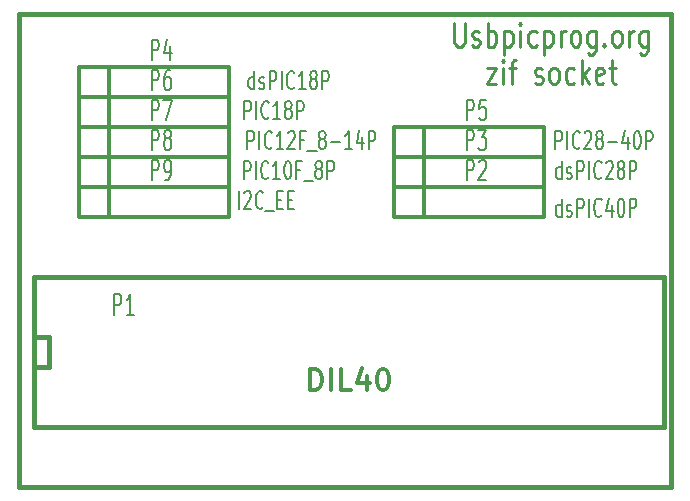
<source format=gto>
G04 (created by PCBNEW-RS274X (20100308 SVN-R2437)-RC5) date Wed 10 Mar 2010 09:54:52 AM CET*
G01*
G70*
G90*
%MOIN*%
G04 Gerber Fmt 3.4, Leading zero omitted, Abs format*
%FSLAX34Y34*%
G04 APERTURE LIST*
%ADD10C,0.006000*%
%ADD11C,0.010000*%
%ADD12C,0.015000*%
%ADD13C,0.012000*%
%ADD14C,0.007100*%
%ADD15C,0.006700*%
%ADD16C,0.007500*%
%ADD17C,0.011700*%
G04 APERTURE END LIST*
G54D10*
G54D11*
X56021Y-13524D02*
X56021Y-14171D01*
X56049Y-14248D01*
X56078Y-14286D01*
X56135Y-14324D01*
X56249Y-14324D01*
X56307Y-14286D01*
X56335Y-14248D01*
X56364Y-14171D01*
X56364Y-13524D01*
X56621Y-14286D02*
X56678Y-14324D01*
X56793Y-14324D01*
X56850Y-14286D01*
X56878Y-14210D01*
X56878Y-14171D01*
X56850Y-14095D01*
X56793Y-14057D01*
X56707Y-14057D01*
X56650Y-14019D01*
X56621Y-13943D01*
X56621Y-13905D01*
X56650Y-13829D01*
X56707Y-13790D01*
X56793Y-13790D01*
X56850Y-13829D01*
X57136Y-14324D02*
X57136Y-13524D01*
X57136Y-13829D02*
X57193Y-13790D01*
X57307Y-13790D01*
X57364Y-13829D01*
X57393Y-13867D01*
X57422Y-13943D01*
X57422Y-14171D01*
X57393Y-14248D01*
X57364Y-14286D01*
X57307Y-14324D01*
X57193Y-14324D01*
X57136Y-14286D01*
X57679Y-13790D02*
X57679Y-14590D01*
X57679Y-13829D02*
X57736Y-13790D01*
X57850Y-13790D01*
X57907Y-13829D01*
X57936Y-13867D01*
X57965Y-13943D01*
X57965Y-14171D01*
X57936Y-14248D01*
X57907Y-14286D01*
X57850Y-14324D01*
X57736Y-14324D01*
X57679Y-14286D01*
X58222Y-14324D02*
X58222Y-13790D01*
X58222Y-13524D02*
X58193Y-13562D01*
X58222Y-13600D01*
X58250Y-13562D01*
X58222Y-13524D01*
X58222Y-13600D01*
X58765Y-14286D02*
X58708Y-14324D01*
X58594Y-14324D01*
X58536Y-14286D01*
X58508Y-14248D01*
X58479Y-14171D01*
X58479Y-13943D01*
X58508Y-13867D01*
X58536Y-13829D01*
X58594Y-13790D01*
X58708Y-13790D01*
X58765Y-13829D01*
X59022Y-13790D02*
X59022Y-14590D01*
X59022Y-13829D02*
X59079Y-13790D01*
X59193Y-13790D01*
X59250Y-13829D01*
X59279Y-13867D01*
X59308Y-13943D01*
X59308Y-14171D01*
X59279Y-14248D01*
X59250Y-14286D01*
X59193Y-14324D01*
X59079Y-14324D01*
X59022Y-14286D01*
X59565Y-14324D02*
X59565Y-13790D01*
X59565Y-13943D02*
X59593Y-13867D01*
X59622Y-13829D01*
X59679Y-13790D01*
X59736Y-13790D01*
X60022Y-14324D02*
X59964Y-14286D01*
X59936Y-14248D01*
X59907Y-14171D01*
X59907Y-13943D01*
X59936Y-13867D01*
X59964Y-13829D01*
X60022Y-13790D01*
X60107Y-13790D01*
X60164Y-13829D01*
X60193Y-13867D01*
X60222Y-13943D01*
X60222Y-14171D01*
X60193Y-14248D01*
X60164Y-14286D01*
X60107Y-14324D01*
X60022Y-14324D01*
X60736Y-13790D02*
X60736Y-14438D01*
X60707Y-14514D01*
X60679Y-14552D01*
X60622Y-14590D01*
X60536Y-14590D01*
X60479Y-14552D01*
X60736Y-14286D02*
X60679Y-14324D01*
X60565Y-14324D01*
X60507Y-14286D01*
X60479Y-14248D01*
X60450Y-14171D01*
X60450Y-13943D01*
X60479Y-13867D01*
X60507Y-13829D01*
X60565Y-13790D01*
X60679Y-13790D01*
X60736Y-13829D01*
X61022Y-14248D02*
X61050Y-14286D01*
X61022Y-14324D01*
X60993Y-14286D01*
X61022Y-14248D01*
X61022Y-14324D01*
X61394Y-14324D02*
X61336Y-14286D01*
X61308Y-14248D01*
X61279Y-14171D01*
X61279Y-13943D01*
X61308Y-13867D01*
X61336Y-13829D01*
X61394Y-13790D01*
X61479Y-13790D01*
X61536Y-13829D01*
X61565Y-13867D01*
X61594Y-13943D01*
X61594Y-14171D01*
X61565Y-14248D01*
X61536Y-14286D01*
X61479Y-14324D01*
X61394Y-14324D01*
X61851Y-14324D02*
X61851Y-13790D01*
X61851Y-13943D02*
X61879Y-13867D01*
X61908Y-13829D01*
X61965Y-13790D01*
X62022Y-13790D01*
X62479Y-13790D02*
X62479Y-14438D01*
X62450Y-14514D01*
X62422Y-14552D01*
X62365Y-14590D01*
X62279Y-14590D01*
X62222Y-14552D01*
X62479Y-14286D02*
X62422Y-14324D01*
X62308Y-14324D01*
X62250Y-14286D01*
X62222Y-14248D01*
X62193Y-14171D01*
X62193Y-13943D01*
X62222Y-13867D01*
X62250Y-13829D01*
X62308Y-13790D01*
X62422Y-13790D01*
X62479Y-13829D01*
X57107Y-15030D02*
X57421Y-15030D01*
X57107Y-15564D01*
X57421Y-15564D01*
X57650Y-15564D02*
X57650Y-15030D01*
X57650Y-14764D02*
X57621Y-14802D01*
X57650Y-14840D01*
X57678Y-14802D01*
X57650Y-14764D01*
X57650Y-14840D01*
X57850Y-15030D02*
X58079Y-15030D01*
X57936Y-15564D02*
X57936Y-14878D01*
X57964Y-14802D01*
X58022Y-14764D01*
X58079Y-14764D01*
X58707Y-15526D02*
X58764Y-15564D01*
X58879Y-15564D01*
X58936Y-15526D01*
X58964Y-15450D01*
X58964Y-15411D01*
X58936Y-15335D01*
X58879Y-15297D01*
X58793Y-15297D01*
X58736Y-15259D01*
X58707Y-15183D01*
X58707Y-15145D01*
X58736Y-15069D01*
X58793Y-15030D01*
X58879Y-15030D01*
X58936Y-15069D01*
X59308Y-15564D02*
X59250Y-15526D01*
X59222Y-15488D01*
X59193Y-15411D01*
X59193Y-15183D01*
X59222Y-15107D01*
X59250Y-15069D01*
X59308Y-15030D01*
X59393Y-15030D01*
X59450Y-15069D01*
X59479Y-15107D01*
X59508Y-15183D01*
X59508Y-15411D01*
X59479Y-15488D01*
X59450Y-15526D01*
X59393Y-15564D01*
X59308Y-15564D01*
X60022Y-15526D02*
X59965Y-15564D01*
X59851Y-15564D01*
X59793Y-15526D01*
X59765Y-15488D01*
X59736Y-15411D01*
X59736Y-15183D01*
X59765Y-15107D01*
X59793Y-15069D01*
X59851Y-15030D01*
X59965Y-15030D01*
X60022Y-15069D01*
X60279Y-15564D02*
X60279Y-14764D01*
X60336Y-15259D02*
X60507Y-15564D01*
X60507Y-15030D02*
X60279Y-15335D01*
X60993Y-15526D02*
X60936Y-15564D01*
X60822Y-15564D01*
X60765Y-15526D01*
X60736Y-15450D01*
X60736Y-15145D01*
X60765Y-15069D01*
X60822Y-15030D01*
X60936Y-15030D01*
X60993Y-15069D01*
X61022Y-15145D01*
X61022Y-15221D01*
X60736Y-15297D01*
X61193Y-15030D02*
X61422Y-15030D01*
X61279Y-14764D02*
X61279Y-15450D01*
X61307Y-15526D01*
X61365Y-15564D01*
X61422Y-15564D01*
G54D12*
X41500Y-29000D02*
X41500Y-13250D01*
X63250Y-29000D02*
X41500Y-29000D01*
X63250Y-28750D02*
X63250Y-29000D01*
X63250Y-13250D02*
X63250Y-28750D01*
X41500Y-13250D02*
X63250Y-13250D01*
G54D13*
X43500Y-18000D02*
X43500Y-17000D01*
X43500Y-17000D02*
X48500Y-17000D01*
X48500Y-17000D02*
X48500Y-18000D01*
X48500Y-18000D02*
X43500Y-18000D01*
X44500Y-18000D02*
X44500Y-17000D01*
X43500Y-17000D02*
X43500Y-16000D01*
X43500Y-16000D02*
X48500Y-16000D01*
X48500Y-16000D02*
X48500Y-17000D01*
X48500Y-17000D02*
X43500Y-17000D01*
X44500Y-17000D02*
X44500Y-16000D01*
X54000Y-18000D02*
X54000Y-17000D01*
X54000Y-17000D02*
X59000Y-17000D01*
X59000Y-17000D02*
X59000Y-18000D01*
X59000Y-18000D02*
X54000Y-18000D01*
X55000Y-18000D02*
X55000Y-17000D01*
X43500Y-16000D02*
X43500Y-15000D01*
X43500Y-15000D02*
X48500Y-15000D01*
X48500Y-15000D02*
X48500Y-16000D01*
X48500Y-16000D02*
X43500Y-16000D01*
X44500Y-16000D02*
X44500Y-15000D01*
X54000Y-19000D02*
X54000Y-18000D01*
X54000Y-18000D02*
X59000Y-18000D01*
X59000Y-18000D02*
X59000Y-19000D01*
X59000Y-19000D02*
X54000Y-19000D01*
X55000Y-19000D02*
X55000Y-18000D01*
X54000Y-20000D02*
X54000Y-19000D01*
X54000Y-19000D02*
X59000Y-19000D01*
X59000Y-19000D02*
X59000Y-20000D01*
X59000Y-20000D02*
X54000Y-20000D01*
X55000Y-20000D02*
X55000Y-19000D01*
X43500Y-19000D02*
X43500Y-18000D01*
X43500Y-18000D02*
X48500Y-18000D01*
X48500Y-18000D02*
X48500Y-19000D01*
X48500Y-19000D02*
X43500Y-19000D01*
X44500Y-19000D02*
X44500Y-18000D01*
G54D12*
X42000Y-24000D02*
X42500Y-24000D01*
X42500Y-24000D02*
X42500Y-25000D01*
X42500Y-25000D02*
X42000Y-25000D01*
X42000Y-22000D02*
X63000Y-22000D01*
X63000Y-22000D02*
X63000Y-27000D01*
X63000Y-27000D02*
X42000Y-27000D01*
X42000Y-27000D02*
X42000Y-22000D01*
G54D13*
X43500Y-20000D02*
X43500Y-19000D01*
X43500Y-19000D02*
X48500Y-19000D01*
X48500Y-19000D02*
X48500Y-20000D01*
X48500Y-20000D02*
X43500Y-20000D01*
X44500Y-20000D02*
X44500Y-19000D01*
G54D14*
X45934Y-16775D02*
X45934Y-16094D01*
X46097Y-16094D01*
X46138Y-16127D01*
X46158Y-16159D01*
X46178Y-16224D01*
X46178Y-16321D01*
X46158Y-16386D01*
X46138Y-16418D01*
X46097Y-16451D01*
X45934Y-16451D01*
X46321Y-16094D02*
X46606Y-16094D01*
X46423Y-16775D01*
G54D15*
X49126Y-17743D02*
X49126Y-17143D01*
X49279Y-17143D01*
X49317Y-17171D01*
X49336Y-17200D01*
X49355Y-17257D01*
X49355Y-17343D01*
X49336Y-17400D01*
X49317Y-17429D01*
X49279Y-17457D01*
X49126Y-17457D01*
X49526Y-17743D02*
X49526Y-17143D01*
X49945Y-17686D02*
X49926Y-17714D01*
X49869Y-17743D01*
X49831Y-17743D01*
X49773Y-17714D01*
X49735Y-17657D01*
X49716Y-17600D01*
X49697Y-17486D01*
X49697Y-17400D01*
X49716Y-17286D01*
X49735Y-17229D01*
X49773Y-17171D01*
X49831Y-17143D01*
X49869Y-17143D01*
X49926Y-17171D01*
X49945Y-17200D01*
X50326Y-17743D02*
X50097Y-17743D01*
X50211Y-17743D02*
X50211Y-17143D01*
X50173Y-17229D01*
X50135Y-17286D01*
X50097Y-17314D01*
X50478Y-17200D02*
X50497Y-17171D01*
X50535Y-17143D01*
X50631Y-17143D01*
X50669Y-17171D01*
X50688Y-17200D01*
X50707Y-17257D01*
X50707Y-17314D01*
X50688Y-17400D01*
X50459Y-17743D01*
X50707Y-17743D01*
X51012Y-17429D02*
X50878Y-17429D01*
X50878Y-17743D02*
X50878Y-17143D01*
X51069Y-17143D01*
X51126Y-17800D02*
X51431Y-17800D01*
X51583Y-17400D02*
X51545Y-17371D01*
X51526Y-17343D01*
X51507Y-17286D01*
X51507Y-17257D01*
X51526Y-17200D01*
X51545Y-17171D01*
X51583Y-17143D01*
X51660Y-17143D01*
X51698Y-17171D01*
X51717Y-17200D01*
X51736Y-17257D01*
X51736Y-17286D01*
X51717Y-17343D01*
X51698Y-17371D01*
X51660Y-17400D01*
X51583Y-17400D01*
X51545Y-17429D01*
X51526Y-17457D01*
X51507Y-17514D01*
X51507Y-17629D01*
X51526Y-17686D01*
X51545Y-17714D01*
X51583Y-17743D01*
X51660Y-17743D01*
X51698Y-17714D01*
X51717Y-17686D01*
X51736Y-17629D01*
X51736Y-17514D01*
X51717Y-17457D01*
X51698Y-17429D01*
X51660Y-17400D01*
X51907Y-17514D02*
X52212Y-17514D01*
X52612Y-17743D02*
X52383Y-17743D01*
X52497Y-17743D02*
X52497Y-17143D01*
X52459Y-17229D01*
X52421Y-17286D01*
X52383Y-17314D01*
X52955Y-17343D02*
X52955Y-17743D01*
X52859Y-17114D02*
X52764Y-17543D01*
X53012Y-17543D01*
X53164Y-17743D02*
X53164Y-17143D01*
X53317Y-17143D01*
X53355Y-17171D01*
X53374Y-17200D01*
X53393Y-17257D01*
X53393Y-17343D01*
X53374Y-17400D01*
X53355Y-17429D01*
X53317Y-17457D01*
X53164Y-17457D01*
G54D14*
X45934Y-15775D02*
X45934Y-15094D01*
X46097Y-15094D01*
X46138Y-15127D01*
X46158Y-15159D01*
X46178Y-15224D01*
X46178Y-15321D01*
X46158Y-15386D01*
X46138Y-15418D01*
X46097Y-15451D01*
X45934Y-15451D01*
X46545Y-15094D02*
X46464Y-15094D01*
X46423Y-15127D01*
X46403Y-15159D01*
X46362Y-15256D01*
X46342Y-15386D01*
X46342Y-15645D01*
X46362Y-15710D01*
X46382Y-15743D01*
X46423Y-15775D01*
X46505Y-15775D01*
X46545Y-15743D01*
X46566Y-15710D01*
X46586Y-15645D01*
X46586Y-15483D01*
X46566Y-15418D01*
X46545Y-15386D01*
X46505Y-15354D01*
X46423Y-15354D01*
X46382Y-15386D01*
X46362Y-15418D01*
X46342Y-15483D01*
G54D15*
X49019Y-16743D02*
X49019Y-16143D01*
X49172Y-16143D01*
X49210Y-16171D01*
X49229Y-16200D01*
X49248Y-16257D01*
X49248Y-16343D01*
X49229Y-16400D01*
X49210Y-16429D01*
X49172Y-16457D01*
X49019Y-16457D01*
X49419Y-16743D02*
X49419Y-16143D01*
X49838Y-16686D02*
X49819Y-16714D01*
X49762Y-16743D01*
X49724Y-16743D01*
X49666Y-16714D01*
X49628Y-16657D01*
X49609Y-16600D01*
X49590Y-16486D01*
X49590Y-16400D01*
X49609Y-16286D01*
X49628Y-16229D01*
X49666Y-16171D01*
X49724Y-16143D01*
X49762Y-16143D01*
X49819Y-16171D01*
X49838Y-16200D01*
X50219Y-16743D02*
X49990Y-16743D01*
X50104Y-16743D02*
X50104Y-16143D01*
X50066Y-16229D01*
X50028Y-16286D01*
X49990Y-16314D01*
X50447Y-16400D02*
X50409Y-16371D01*
X50390Y-16343D01*
X50371Y-16286D01*
X50371Y-16257D01*
X50390Y-16200D01*
X50409Y-16171D01*
X50447Y-16143D01*
X50524Y-16143D01*
X50562Y-16171D01*
X50581Y-16200D01*
X50600Y-16257D01*
X50600Y-16286D01*
X50581Y-16343D01*
X50562Y-16371D01*
X50524Y-16400D01*
X50447Y-16400D01*
X50409Y-16429D01*
X50390Y-16457D01*
X50371Y-16514D01*
X50371Y-16629D01*
X50390Y-16686D01*
X50409Y-16714D01*
X50447Y-16743D01*
X50524Y-16743D01*
X50562Y-16714D01*
X50581Y-16686D01*
X50600Y-16629D01*
X50600Y-16514D01*
X50581Y-16457D01*
X50562Y-16429D01*
X50524Y-16400D01*
X50771Y-16743D02*
X50771Y-16143D01*
X50924Y-16143D01*
X50962Y-16171D01*
X50981Y-16200D01*
X51000Y-16257D01*
X51000Y-16343D01*
X50981Y-16400D01*
X50962Y-16429D01*
X50924Y-16457D01*
X50771Y-16457D01*
G54D14*
X56434Y-16775D02*
X56434Y-16094D01*
X56597Y-16094D01*
X56638Y-16127D01*
X56658Y-16159D01*
X56678Y-16224D01*
X56678Y-16321D01*
X56658Y-16386D01*
X56638Y-16418D01*
X56597Y-16451D01*
X56434Y-16451D01*
X57066Y-16094D02*
X56862Y-16094D01*
X56842Y-16418D01*
X56862Y-16386D01*
X56903Y-16354D01*
X57005Y-16354D01*
X57045Y-16386D01*
X57066Y-16418D01*
X57086Y-16483D01*
X57086Y-16645D01*
X57066Y-16710D01*
X57045Y-16743D01*
X57005Y-16775D01*
X56903Y-16775D01*
X56862Y-16743D01*
X56842Y-16710D01*
G54D15*
X59391Y-17743D02*
X59391Y-17143D01*
X59544Y-17143D01*
X59582Y-17171D01*
X59601Y-17200D01*
X59620Y-17257D01*
X59620Y-17343D01*
X59601Y-17400D01*
X59582Y-17429D01*
X59544Y-17457D01*
X59391Y-17457D01*
X59791Y-17743D02*
X59791Y-17143D01*
X60210Y-17686D02*
X60191Y-17714D01*
X60134Y-17743D01*
X60096Y-17743D01*
X60038Y-17714D01*
X60000Y-17657D01*
X59981Y-17600D01*
X59962Y-17486D01*
X59962Y-17400D01*
X59981Y-17286D01*
X60000Y-17229D01*
X60038Y-17171D01*
X60096Y-17143D01*
X60134Y-17143D01*
X60191Y-17171D01*
X60210Y-17200D01*
X60362Y-17200D02*
X60381Y-17171D01*
X60419Y-17143D01*
X60515Y-17143D01*
X60553Y-17171D01*
X60572Y-17200D01*
X60591Y-17257D01*
X60591Y-17314D01*
X60572Y-17400D01*
X60343Y-17743D01*
X60591Y-17743D01*
X60819Y-17400D02*
X60781Y-17371D01*
X60762Y-17343D01*
X60743Y-17286D01*
X60743Y-17257D01*
X60762Y-17200D01*
X60781Y-17171D01*
X60819Y-17143D01*
X60896Y-17143D01*
X60934Y-17171D01*
X60953Y-17200D01*
X60972Y-17257D01*
X60972Y-17286D01*
X60953Y-17343D01*
X60934Y-17371D01*
X60896Y-17400D01*
X60819Y-17400D01*
X60781Y-17429D01*
X60762Y-17457D01*
X60743Y-17514D01*
X60743Y-17629D01*
X60762Y-17686D01*
X60781Y-17714D01*
X60819Y-17743D01*
X60896Y-17743D01*
X60934Y-17714D01*
X60953Y-17686D01*
X60972Y-17629D01*
X60972Y-17514D01*
X60953Y-17457D01*
X60934Y-17429D01*
X60896Y-17400D01*
X61143Y-17514D02*
X61448Y-17514D01*
X61810Y-17343D02*
X61810Y-17743D01*
X61714Y-17114D02*
X61619Y-17543D01*
X61867Y-17543D01*
X62095Y-17143D02*
X62134Y-17143D01*
X62172Y-17171D01*
X62191Y-17200D01*
X62210Y-17257D01*
X62229Y-17371D01*
X62229Y-17514D01*
X62210Y-17629D01*
X62191Y-17686D01*
X62172Y-17714D01*
X62134Y-17743D01*
X62095Y-17743D01*
X62057Y-17714D01*
X62038Y-17686D01*
X62019Y-17629D01*
X62000Y-17514D01*
X62000Y-17371D01*
X62019Y-17257D01*
X62038Y-17200D01*
X62057Y-17171D01*
X62095Y-17143D01*
X62400Y-17743D02*
X62400Y-17143D01*
X62553Y-17143D01*
X62591Y-17171D01*
X62610Y-17200D01*
X62629Y-17257D01*
X62629Y-17343D01*
X62610Y-17400D01*
X62591Y-17429D01*
X62553Y-17457D01*
X62400Y-17457D01*
G54D14*
X45934Y-14775D02*
X45934Y-14094D01*
X46097Y-14094D01*
X46138Y-14127D01*
X46158Y-14159D01*
X46178Y-14224D01*
X46178Y-14321D01*
X46158Y-14386D01*
X46138Y-14418D01*
X46097Y-14451D01*
X45934Y-14451D01*
X46545Y-14321D02*
X46545Y-14775D01*
X46443Y-14062D02*
X46342Y-14548D01*
X46606Y-14548D01*
G54D15*
X49348Y-15743D02*
X49348Y-15143D01*
X49348Y-15714D02*
X49310Y-15743D01*
X49233Y-15743D01*
X49195Y-15714D01*
X49176Y-15686D01*
X49157Y-15629D01*
X49157Y-15457D01*
X49176Y-15400D01*
X49195Y-15371D01*
X49233Y-15343D01*
X49310Y-15343D01*
X49348Y-15371D01*
X49519Y-15714D02*
X49557Y-15743D01*
X49633Y-15743D01*
X49672Y-15714D01*
X49691Y-15657D01*
X49691Y-15629D01*
X49672Y-15571D01*
X49633Y-15543D01*
X49576Y-15543D01*
X49538Y-15514D01*
X49519Y-15457D01*
X49519Y-15429D01*
X49538Y-15371D01*
X49576Y-15343D01*
X49633Y-15343D01*
X49672Y-15371D01*
X49862Y-15743D02*
X49862Y-15143D01*
X50015Y-15143D01*
X50053Y-15171D01*
X50072Y-15200D01*
X50091Y-15257D01*
X50091Y-15343D01*
X50072Y-15400D01*
X50053Y-15429D01*
X50015Y-15457D01*
X49862Y-15457D01*
X50262Y-15743D02*
X50262Y-15143D01*
X50681Y-15686D02*
X50662Y-15714D01*
X50605Y-15743D01*
X50567Y-15743D01*
X50509Y-15714D01*
X50471Y-15657D01*
X50452Y-15600D01*
X50433Y-15486D01*
X50433Y-15400D01*
X50452Y-15286D01*
X50471Y-15229D01*
X50509Y-15171D01*
X50567Y-15143D01*
X50605Y-15143D01*
X50662Y-15171D01*
X50681Y-15200D01*
X51062Y-15743D02*
X50833Y-15743D01*
X50947Y-15743D02*
X50947Y-15143D01*
X50909Y-15229D01*
X50871Y-15286D01*
X50833Y-15314D01*
X51290Y-15400D02*
X51252Y-15371D01*
X51233Y-15343D01*
X51214Y-15286D01*
X51214Y-15257D01*
X51233Y-15200D01*
X51252Y-15171D01*
X51290Y-15143D01*
X51367Y-15143D01*
X51405Y-15171D01*
X51424Y-15200D01*
X51443Y-15257D01*
X51443Y-15286D01*
X51424Y-15343D01*
X51405Y-15371D01*
X51367Y-15400D01*
X51290Y-15400D01*
X51252Y-15429D01*
X51233Y-15457D01*
X51214Y-15514D01*
X51214Y-15629D01*
X51233Y-15686D01*
X51252Y-15714D01*
X51290Y-15743D01*
X51367Y-15743D01*
X51405Y-15714D01*
X51424Y-15686D01*
X51443Y-15629D01*
X51443Y-15514D01*
X51424Y-15457D01*
X51405Y-15429D01*
X51367Y-15400D01*
X51614Y-15743D02*
X51614Y-15143D01*
X51767Y-15143D01*
X51805Y-15171D01*
X51824Y-15200D01*
X51843Y-15257D01*
X51843Y-15343D01*
X51824Y-15400D01*
X51805Y-15429D01*
X51767Y-15457D01*
X51614Y-15457D01*
G54D14*
X56434Y-17775D02*
X56434Y-17094D01*
X56597Y-17094D01*
X56638Y-17127D01*
X56658Y-17159D01*
X56678Y-17224D01*
X56678Y-17321D01*
X56658Y-17386D01*
X56638Y-17418D01*
X56597Y-17451D01*
X56434Y-17451D01*
X56821Y-17094D02*
X57086Y-17094D01*
X56943Y-17354D01*
X57005Y-17354D01*
X57045Y-17386D01*
X57066Y-17418D01*
X57086Y-17483D01*
X57086Y-17645D01*
X57066Y-17710D01*
X57045Y-17743D01*
X57005Y-17775D01*
X56882Y-17775D01*
X56842Y-17743D01*
X56821Y-17710D01*
G54D15*
X59598Y-18743D02*
X59598Y-18143D01*
X59598Y-18714D02*
X59560Y-18743D01*
X59483Y-18743D01*
X59445Y-18714D01*
X59426Y-18686D01*
X59407Y-18629D01*
X59407Y-18457D01*
X59426Y-18400D01*
X59445Y-18371D01*
X59483Y-18343D01*
X59560Y-18343D01*
X59598Y-18371D01*
X59769Y-18714D02*
X59807Y-18743D01*
X59883Y-18743D01*
X59922Y-18714D01*
X59941Y-18657D01*
X59941Y-18629D01*
X59922Y-18571D01*
X59883Y-18543D01*
X59826Y-18543D01*
X59788Y-18514D01*
X59769Y-18457D01*
X59769Y-18429D01*
X59788Y-18371D01*
X59826Y-18343D01*
X59883Y-18343D01*
X59922Y-18371D01*
X60112Y-18743D02*
X60112Y-18143D01*
X60265Y-18143D01*
X60303Y-18171D01*
X60322Y-18200D01*
X60341Y-18257D01*
X60341Y-18343D01*
X60322Y-18400D01*
X60303Y-18429D01*
X60265Y-18457D01*
X60112Y-18457D01*
X60512Y-18743D02*
X60512Y-18143D01*
X60931Y-18686D02*
X60912Y-18714D01*
X60855Y-18743D01*
X60817Y-18743D01*
X60759Y-18714D01*
X60721Y-18657D01*
X60702Y-18600D01*
X60683Y-18486D01*
X60683Y-18400D01*
X60702Y-18286D01*
X60721Y-18229D01*
X60759Y-18171D01*
X60817Y-18143D01*
X60855Y-18143D01*
X60912Y-18171D01*
X60931Y-18200D01*
X61083Y-18200D02*
X61102Y-18171D01*
X61140Y-18143D01*
X61236Y-18143D01*
X61274Y-18171D01*
X61293Y-18200D01*
X61312Y-18257D01*
X61312Y-18314D01*
X61293Y-18400D01*
X61064Y-18743D01*
X61312Y-18743D01*
X61540Y-18400D02*
X61502Y-18371D01*
X61483Y-18343D01*
X61464Y-18286D01*
X61464Y-18257D01*
X61483Y-18200D01*
X61502Y-18171D01*
X61540Y-18143D01*
X61617Y-18143D01*
X61655Y-18171D01*
X61674Y-18200D01*
X61693Y-18257D01*
X61693Y-18286D01*
X61674Y-18343D01*
X61655Y-18371D01*
X61617Y-18400D01*
X61540Y-18400D01*
X61502Y-18429D01*
X61483Y-18457D01*
X61464Y-18514D01*
X61464Y-18629D01*
X61483Y-18686D01*
X61502Y-18714D01*
X61540Y-18743D01*
X61617Y-18743D01*
X61655Y-18714D01*
X61674Y-18686D01*
X61693Y-18629D01*
X61693Y-18514D01*
X61674Y-18457D01*
X61655Y-18429D01*
X61617Y-18400D01*
X61864Y-18743D02*
X61864Y-18143D01*
X62017Y-18143D01*
X62055Y-18171D01*
X62074Y-18200D01*
X62093Y-18257D01*
X62093Y-18343D01*
X62074Y-18400D01*
X62055Y-18429D01*
X62017Y-18457D01*
X61864Y-18457D01*
G54D14*
X56434Y-18775D02*
X56434Y-18094D01*
X56597Y-18094D01*
X56638Y-18127D01*
X56658Y-18159D01*
X56678Y-18224D01*
X56678Y-18321D01*
X56658Y-18386D01*
X56638Y-18418D01*
X56597Y-18451D01*
X56434Y-18451D01*
X56842Y-18159D02*
X56862Y-18127D01*
X56903Y-18094D01*
X57005Y-18094D01*
X57045Y-18127D01*
X57066Y-18159D01*
X57086Y-18224D01*
X57086Y-18289D01*
X57066Y-18386D01*
X56821Y-18775D01*
X57086Y-18775D01*
G54D15*
X59598Y-19993D02*
X59598Y-19393D01*
X59598Y-19964D02*
X59560Y-19993D01*
X59483Y-19993D01*
X59445Y-19964D01*
X59426Y-19936D01*
X59407Y-19879D01*
X59407Y-19707D01*
X59426Y-19650D01*
X59445Y-19621D01*
X59483Y-19593D01*
X59560Y-19593D01*
X59598Y-19621D01*
X59769Y-19964D02*
X59807Y-19993D01*
X59883Y-19993D01*
X59922Y-19964D01*
X59941Y-19907D01*
X59941Y-19879D01*
X59922Y-19821D01*
X59883Y-19793D01*
X59826Y-19793D01*
X59788Y-19764D01*
X59769Y-19707D01*
X59769Y-19679D01*
X59788Y-19621D01*
X59826Y-19593D01*
X59883Y-19593D01*
X59922Y-19621D01*
X60112Y-19993D02*
X60112Y-19393D01*
X60265Y-19393D01*
X60303Y-19421D01*
X60322Y-19450D01*
X60341Y-19507D01*
X60341Y-19593D01*
X60322Y-19650D01*
X60303Y-19679D01*
X60265Y-19707D01*
X60112Y-19707D01*
X60512Y-19993D02*
X60512Y-19393D01*
X60931Y-19936D02*
X60912Y-19964D01*
X60855Y-19993D01*
X60817Y-19993D01*
X60759Y-19964D01*
X60721Y-19907D01*
X60702Y-19850D01*
X60683Y-19736D01*
X60683Y-19650D01*
X60702Y-19536D01*
X60721Y-19479D01*
X60759Y-19421D01*
X60817Y-19393D01*
X60855Y-19393D01*
X60912Y-19421D01*
X60931Y-19450D01*
X61274Y-19593D02*
X61274Y-19993D01*
X61178Y-19364D02*
X61083Y-19793D01*
X61331Y-19793D01*
X61559Y-19393D02*
X61598Y-19393D01*
X61636Y-19421D01*
X61655Y-19450D01*
X61674Y-19507D01*
X61693Y-19621D01*
X61693Y-19764D01*
X61674Y-19879D01*
X61655Y-19936D01*
X61636Y-19964D01*
X61598Y-19993D01*
X61559Y-19993D01*
X61521Y-19964D01*
X61502Y-19936D01*
X61483Y-19879D01*
X61464Y-19764D01*
X61464Y-19621D01*
X61483Y-19507D01*
X61502Y-19450D01*
X61521Y-19421D01*
X61559Y-19393D01*
X61864Y-19993D02*
X61864Y-19393D01*
X62017Y-19393D01*
X62055Y-19421D01*
X62074Y-19450D01*
X62093Y-19507D01*
X62093Y-19593D01*
X62074Y-19650D01*
X62055Y-19679D01*
X62017Y-19707D01*
X61864Y-19707D01*
G54D14*
X45934Y-17775D02*
X45934Y-17094D01*
X46097Y-17094D01*
X46138Y-17127D01*
X46158Y-17159D01*
X46178Y-17224D01*
X46178Y-17321D01*
X46158Y-17386D01*
X46138Y-17418D01*
X46097Y-17451D01*
X45934Y-17451D01*
X46423Y-17386D02*
X46382Y-17354D01*
X46362Y-17321D01*
X46342Y-17256D01*
X46342Y-17224D01*
X46362Y-17159D01*
X46382Y-17127D01*
X46423Y-17094D01*
X46505Y-17094D01*
X46545Y-17127D01*
X46566Y-17159D01*
X46586Y-17224D01*
X46586Y-17256D01*
X46566Y-17321D01*
X46545Y-17354D01*
X46505Y-17386D01*
X46423Y-17386D01*
X46382Y-17418D01*
X46362Y-17451D01*
X46342Y-17516D01*
X46342Y-17645D01*
X46362Y-17710D01*
X46382Y-17743D01*
X46423Y-17775D01*
X46505Y-17775D01*
X46545Y-17743D01*
X46566Y-17710D01*
X46586Y-17645D01*
X46586Y-17516D01*
X46566Y-17451D01*
X46545Y-17418D01*
X46505Y-17386D01*
G54D15*
X49005Y-18743D02*
X49005Y-18143D01*
X49158Y-18143D01*
X49196Y-18171D01*
X49215Y-18200D01*
X49234Y-18257D01*
X49234Y-18343D01*
X49215Y-18400D01*
X49196Y-18429D01*
X49158Y-18457D01*
X49005Y-18457D01*
X49405Y-18743D02*
X49405Y-18143D01*
X49824Y-18686D02*
X49805Y-18714D01*
X49748Y-18743D01*
X49710Y-18743D01*
X49652Y-18714D01*
X49614Y-18657D01*
X49595Y-18600D01*
X49576Y-18486D01*
X49576Y-18400D01*
X49595Y-18286D01*
X49614Y-18229D01*
X49652Y-18171D01*
X49710Y-18143D01*
X49748Y-18143D01*
X49805Y-18171D01*
X49824Y-18200D01*
X50205Y-18743D02*
X49976Y-18743D01*
X50090Y-18743D02*
X50090Y-18143D01*
X50052Y-18229D01*
X50014Y-18286D01*
X49976Y-18314D01*
X50452Y-18143D02*
X50491Y-18143D01*
X50529Y-18171D01*
X50548Y-18200D01*
X50567Y-18257D01*
X50586Y-18371D01*
X50586Y-18514D01*
X50567Y-18629D01*
X50548Y-18686D01*
X50529Y-18714D01*
X50491Y-18743D01*
X50452Y-18743D01*
X50414Y-18714D01*
X50395Y-18686D01*
X50376Y-18629D01*
X50357Y-18514D01*
X50357Y-18371D01*
X50376Y-18257D01*
X50395Y-18200D01*
X50414Y-18171D01*
X50452Y-18143D01*
X50891Y-18429D02*
X50757Y-18429D01*
X50757Y-18743D02*
X50757Y-18143D01*
X50948Y-18143D01*
X51005Y-18800D02*
X51310Y-18800D01*
X51462Y-18400D02*
X51424Y-18371D01*
X51405Y-18343D01*
X51386Y-18286D01*
X51386Y-18257D01*
X51405Y-18200D01*
X51424Y-18171D01*
X51462Y-18143D01*
X51539Y-18143D01*
X51577Y-18171D01*
X51596Y-18200D01*
X51615Y-18257D01*
X51615Y-18286D01*
X51596Y-18343D01*
X51577Y-18371D01*
X51539Y-18400D01*
X51462Y-18400D01*
X51424Y-18429D01*
X51405Y-18457D01*
X51386Y-18514D01*
X51386Y-18629D01*
X51405Y-18686D01*
X51424Y-18714D01*
X51462Y-18743D01*
X51539Y-18743D01*
X51577Y-18714D01*
X51596Y-18686D01*
X51615Y-18629D01*
X51615Y-18514D01*
X51596Y-18457D01*
X51577Y-18429D01*
X51539Y-18400D01*
X51786Y-18743D02*
X51786Y-18143D01*
X51939Y-18143D01*
X51977Y-18171D01*
X51996Y-18200D01*
X52015Y-18257D01*
X52015Y-18343D01*
X51996Y-18400D01*
X51977Y-18429D01*
X51939Y-18457D01*
X51786Y-18457D01*
G54D16*
X44668Y-23283D02*
X44668Y-22583D01*
X44840Y-22583D01*
X44882Y-22617D01*
X44904Y-22650D01*
X44925Y-22717D01*
X44925Y-22817D01*
X44904Y-22883D01*
X44882Y-22917D01*
X44840Y-22950D01*
X44668Y-22950D01*
X45354Y-23283D02*
X45097Y-23283D01*
X45225Y-23283D02*
X45225Y-22583D01*
X45182Y-22683D01*
X45140Y-22750D01*
X45097Y-22783D01*
G54D17*
X51200Y-25783D02*
X51200Y-25083D01*
X51366Y-25083D01*
X51466Y-25117D01*
X51533Y-25183D01*
X51566Y-25250D01*
X51600Y-25383D01*
X51600Y-25483D01*
X51566Y-25617D01*
X51533Y-25683D01*
X51466Y-25750D01*
X51366Y-25783D01*
X51200Y-25783D01*
X51900Y-25783D02*
X51900Y-25083D01*
X52566Y-25783D02*
X52233Y-25783D01*
X52233Y-25083D01*
X53100Y-25317D02*
X53100Y-25783D01*
X52933Y-25050D02*
X52766Y-25550D01*
X53200Y-25550D01*
X53600Y-25083D02*
X53667Y-25083D01*
X53733Y-25117D01*
X53767Y-25150D01*
X53800Y-25217D01*
X53833Y-25350D01*
X53833Y-25517D01*
X53800Y-25650D01*
X53767Y-25717D01*
X53733Y-25750D01*
X53667Y-25783D01*
X53600Y-25783D01*
X53533Y-25750D01*
X53500Y-25717D01*
X53467Y-25650D01*
X53433Y-25517D01*
X53433Y-25350D01*
X53467Y-25217D01*
X53500Y-25150D01*
X53533Y-25117D01*
X53600Y-25083D01*
G54D14*
X45934Y-18775D02*
X45934Y-18094D01*
X46097Y-18094D01*
X46138Y-18127D01*
X46158Y-18159D01*
X46178Y-18224D01*
X46178Y-18321D01*
X46158Y-18386D01*
X46138Y-18418D01*
X46097Y-18451D01*
X45934Y-18451D01*
X46382Y-18775D02*
X46464Y-18775D01*
X46505Y-18743D01*
X46525Y-18710D01*
X46566Y-18613D01*
X46586Y-18483D01*
X46586Y-18224D01*
X46566Y-18159D01*
X46545Y-18127D01*
X46505Y-18094D01*
X46423Y-18094D01*
X46382Y-18127D01*
X46362Y-18159D01*
X46342Y-18224D01*
X46342Y-18386D01*
X46362Y-18451D01*
X46382Y-18483D01*
X46423Y-18516D01*
X46505Y-18516D01*
X46545Y-18483D01*
X46566Y-18451D01*
X46586Y-18386D01*
G54D15*
X48845Y-19743D02*
X48845Y-19143D01*
X49016Y-19200D02*
X49035Y-19171D01*
X49073Y-19143D01*
X49169Y-19143D01*
X49207Y-19171D01*
X49226Y-19200D01*
X49245Y-19257D01*
X49245Y-19314D01*
X49226Y-19400D01*
X48997Y-19743D01*
X49245Y-19743D01*
X49645Y-19686D02*
X49626Y-19714D01*
X49569Y-19743D01*
X49531Y-19743D01*
X49473Y-19714D01*
X49435Y-19657D01*
X49416Y-19600D01*
X49397Y-19486D01*
X49397Y-19400D01*
X49416Y-19286D01*
X49435Y-19229D01*
X49473Y-19171D01*
X49531Y-19143D01*
X49569Y-19143D01*
X49626Y-19171D01*
X49645Y-19200D01*
X49721Y-19800D02*
X50026Y-19800D01*
X50121Y-19429D02*
X50255Y-19429D01*
X50312Y-19743D02*
X50121Y-19743D01*
X50121Y-19143D01*
X50312Y-19143D01*
X50483Y-19429D02*
X50617Y-19429D01*
X50674Y-19743D02*
X50483Y-19743D01*
X50483Y-19143D01*
X50674Y-19143D01*
M02*

</source>
